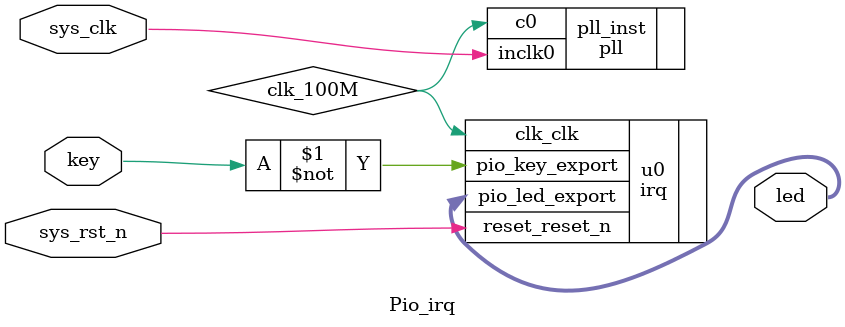
<source format=v>

module Pio_irq(
    input  sys_clk     ,
	 input  sys_rst_n   ,

	 input  key         ,
    output [3:0] led
);

//wire define
wire  clk_100M;

//锁相环
pll	pll_inst (
	.inclk0 (sys_clk),
	.c0     (clk_100M)
);

//例化Qsys系统
irq u0 (
   .clk_clk        (clk_100M),        // clk.clk
   .reset_reset_n  (sys_rst_n),       // reset.reset_n
   .pio_led_export (led),             // pio_led.export
   .pio_key_export (~key)             // pio_key.export
);

endmodule
</source>
